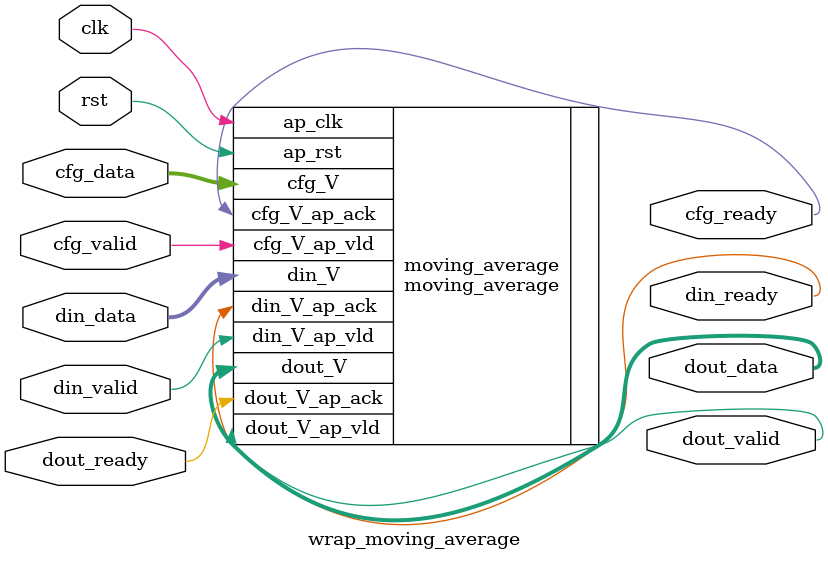
<source format=sv>
module wrap_moving_average
  (
   input               clk,
   input               rst,
   output logic        cfg_ready,
   input logic         cfg_valid,
   input logic [31:0]  cfg_data,
   output logic        din_ready,
   input logic         din_valid,
   input logic [16:0]  din_data,
   input logic         dout_ready,
   output logic        dout_valid,
   output logic [16:0] dout_data

   );

   moving_average moving_average(
                                 .ap_clk(clk),
                                 .ap_rst(rst),

                                 .din_V(din_data),
                                 .din_V_ap_vld(din_valid),
                                 .din_V_ap_ack(din_ready),
                                 .cfg_V(cfg_data),
                                 .cfg_V_ap_vld(cfg_valid),
                                 .cfg_V_ap_ack(cfg_ready),
                                 .dout_V(dout_data),
                                 .dout_V_ap_vld(dout_valid),
                                 .dout_V_ap_ack(dout_ready)
                                 );

endmodule

</source>
